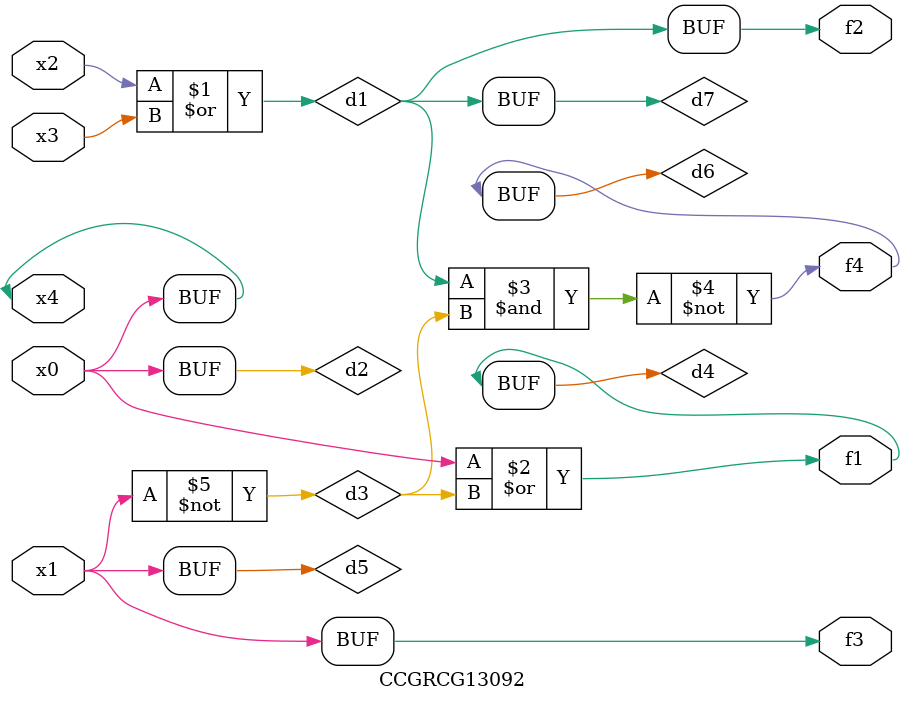
<source format=v>
module CCGRCG13092(
	input x0, x1, x2, x3, x4,
	output f1, f2, f3, f4
);

	wire d1, d2, d3, d4, d5, d6, d7;

	or (d1, x2, x3);
	buf (d2, x0, x4);
	not (d3, x1);
	or (d4, d2, d3);
	not (d5, d3);
	nand (d6, d1, d3);
	or (d7, d1);
	assign f1 = d4;
	assign f2 = d7;
	assign f3 = d5;
	assign f4 = d6;
endmodule

</source>
